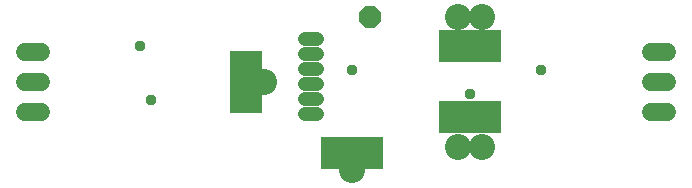
<source format=gbr>
G04 EAGLE Gerber RS-274X export*
G75*
%MOMM*%
%FSLAX34Y34*%
%LPD*%
%INSoldermask Top*%
%IPPOS*%
%AMOC8*
5,1,8,0,0,1.08239X$1,22.5*%
G01*
%ADD10C,2.203200*%
%ADD11C,1.524000*%
%ADD12C,1.211200*%
%ADD13P,1.951982X8X202.500000*%
%ADD14R,2.743200X5.283200*%
%ADD15R,5.283200X2.743200*%
%ADD16C,0.959600*%


D10*
X235000Y75000D03*
X310000Y0D03*
X400000Y20000D03*
X420000Y20000D03*
X400000Y130000D03*
X420000Y130000D03*
D11*
X563396Y49600D02*
X576604Y49600D01*
X576604Y75000D02*
X563396Y75000D01*
X563396Y100400D02*
X576604Y100400D01*
X46604Y49600D02*
X33396Y49600D01*
X33396Y75000D02*
X46604Y75000D01*
X46604Y100400D02*
X33396Y100400D01*
D12*
X269960Y111750D02*
X280040Y111750D01*
X280040Y99050D02*
X269960Y99050D01*
X269960Y86350D02*
X280040Y86350D01*
X280040Y73650D02*
X269960Y73650D01*
X269960Y60950D02*
X280040Y60950D01*
X280040Y48250D02*
X269960Y48250D01*
D13*
X325000Y130000D03*
D14*
X220000Y75000D03*
D15*
X310000Y15000D03*
X410000Y45000D03*
X410000Y105000D03*
D16*
X470000Y85000D03*
X410000Y65000D03*
X140000Y60000D03*
X130000Y105000D03*
X310000Y85000D03*
M02*

</source>
